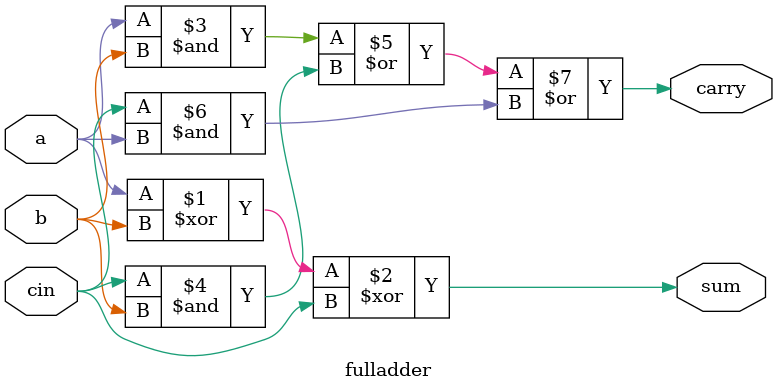
<source format=v>

module fulladder (
	input a, b, cin,
	output sum, carry
	
);

assign sum = a ^ b ^ cin;
assign carry = (a & b) | (cin & b) | (cin & a);

endmodule

</source>
